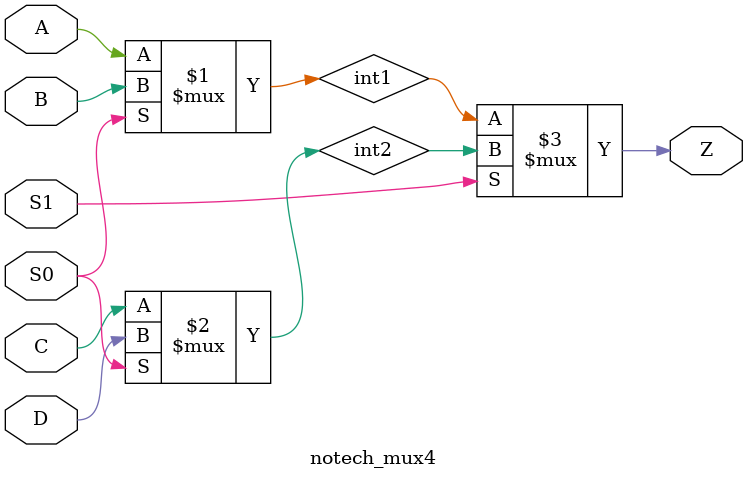
<source format=v>
module notech_mux4 (S0,S1,A,B,C,D,Z);
input S0,S1,A,B,C,D;
output Z;
wire int1,int2;
assign int1 = S0 ? B:A;
assign int2 = S0 ? D:C;
assign Z=S1 ? int2 : int1;
endmodule

</source>
